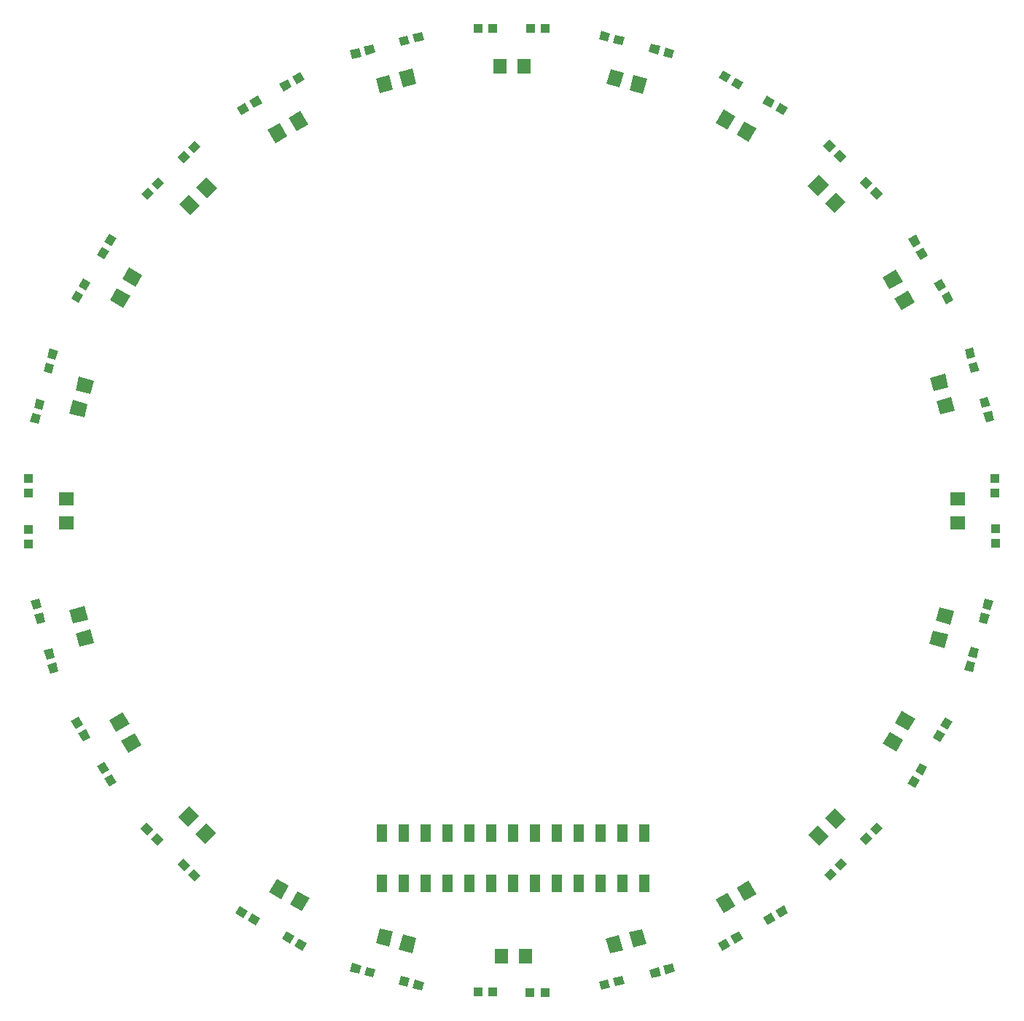
<source format=gtp>
G75*
%MOIN*%
%OFA0B0*%
%FSLAX25Y25*%
%IPPOS*%
%LPD*%
%AMOC8*
5,1,8,0,0,1.08239X$1,22.5*
%
%ADD10R,0.06299X0.07087*%
%ADD11R,0.07087X0.06299*%
%ADD12R,0.05000X0.08000*%
%ADD13R,0.04331X0.03937*%
%ADD14R,0.03937X0.04331*%
D10*
G36*
X0193981Y0187028D02*
X0198434Y0182575D01*
X0193425Y0177566D01*
X0188972Y0182019D01*
X0193981Y0187028D01*
G37*
G36*
X0201775Y0179234D02*
X0206228Y0174781D01*
X0201219Y0169772D01*
X0196766Y0174225D01*
X0201775Y0179234D01*
G37*
G36*
X0234072Y0153698D02*
X0239525Y0150549D01*
X0235982Y0144414D01*
X0230529Y0147563D01*
X0234072Y0153698D01*
G37*
G36*
X0243618Y0148186D02*
X0249071Y0145037D01*
X0245528Y0138902D01*
X0240075Y0142051D01*
X0243618Y0148186D01*
G37*
G36*
X0281152Y0131164D02*
X0287234Y0129534D01*
X0285400Y0122690D01*
X0279318Y0124320D01*
X0281152Y0131164D01*
G37*
G36*
X0291800Y0128310D02*
X0297882Y0126680D01*
X0296048Y0119836D01*
X0289966Y0121466D01*
X0291800Y0128310D01*
G37*
X0336788Y0118300D03*
X0347812Y0118300D03*
G36*
X0384518Y0126380D02*
X0390600Y0128010D01*
X0392434Y0121166D01*
X0386352Y0119536D01*
X0384518Y0126380D01*
G37*
G36*
X0395166Y0129234D02*
X0401248Y0130864D01*
X0403082Y0124020D01*
X0397000Y0122390D01*
X0395166Y0129234D01*
G37*
G36*
X0434829Y0144237D02*
X0440282Y0147386D01*
X0443825Y0141251D01*
X0438372Y0138102D01*
X0434829Y0144237D01*
G37*
G36*
X0444375Y0149749D02*
X0449828Y0152898D01*
X0453371Y0146763D01*
X0447918Y0143614D01*
X0444375Y0149749D01*
G37*
G36*
X0477172Y0173881D02*
X0481625Y0178334D01*
X0486634Y0173325D01*
X0482181Y0168872D01*
X0477172Y0173881D01*
G37*
G36*
X0484966Y0181675D02*
X0489419Y0186128D01*
X0494428Y0181119D01*
X0489975Y0176666D01*
X0484966Y0181675D01*
G37*
G36*
X0511202Y0215572D02*
X0514351Y0221025D01*
X0520486Y0217482D01*
X0517337Y0212029D01*
X0511202Y0215572D01*
G37*
G36*
X0516714Y0225118D02*
X0519863Y0230571D01*
X0525998Y0227028D01*
X0522849Y0221575D01*
X0516714Y0225118D01*
G37*
G36*
X0532536Y0261352D02*
X0534166Y0267434D01*
X0541010Y0265600D01*
X0539380Y0259518D01*
X0532536Y0261352D01*
G37*
G36*
X0535390Y0272000D02*
X0537020Y0278082D01*
X0543864Y0276248D01*
X0542234Y0270166D01*
X0535390Y0272000D01*
G37*
G36*
X0537320Y0366318D02*
X0535690Y0372400D01*
X0542534Y0374234D01*
X0544164Y0368152D01*
X0537320Y0366318D01*
G37*
G36*
X0534466Y0376966D02*
X0532836Y0383048D01*
X0539680Y0384882D01*
X0541310Y0378800D01*
X0534466Y0376966D01*
G37*
G36*
X0519763Y0414029D02*
X0516614Y0419482D01*
X0522749Y0423025D01*
X0525898Y0417572D01*
X0519763Y0414029D01*
G37*
G36*
X0514251Y0423575D02*
X0511102Y0429028D01*
X0517237Y0432571D01*
X0520386Y0427118D01*
X0514251Y0423575D01*
G37*
G36*
X0489219Y0458672D02*
X0484766Y0463125D01*
X0489775Y0468134D01*
X0494228Y0463681D01*
X0489219Y0458672D01*
G37*
G36*
X0481425Y0466466D02*
X0476972Y0470919D01*
X0481981Y0475928D01*
X0486434Y0471475D01*
X0481425Y0466466D01*
G37*
G36*
X0449828Y0491102D02*
X0444375Y0494251D01*
X0447918Y0500386D01*
X0453371Y0497237D01*
X0449828Y0491102D01*
G37*
G36*
X0440282Y0496614D02*
X0434829Y0499763D01*
X0438372Y0505898D01*
X0443825Y0502749D01*
X0440282Y0496614D01*
G37*
G36*
X0401548Y0513136D02*
X0395466Y0514766D01*
X0397300Y0521610D01*
X0403382Y0519980D01*
X0401548Y0513136D01*
G37*
G36*
X0390900Y0515990D02*
X0384818Y0517620D01*
X0386652Y0524464D01*
X0392734Y0522834D01*
X0390900Y0515990D01*
G37*
X0347212Y0525800D03*
X0336188Y0525800D03*
G36*
X0297882Y0517720D02*
X0291800Y0516090D01*
X0289966Y0522934D01*
X0296048Y0524564D01*
X0297882Y0517720D01*
G37*
G36*
X0287234Y0514866D02*
X0281152Y0513236D01*
X0279318Y0520080D01*
X0285400Y0521710D01*
X0287234Y0514866D01*
G37*
G36*
X0248471Y0499163D02*
X0243018Y0496014D01*
X0239475Y0502149D01*
X0244928Y0505298D01*
X0248471Y0499163D01*
G37*
G36*
X0238925Y0493651D02*
X0233472Y0490502D01*
X0229929Y0496637D01*
X0235382Y0499786D01*
X0238925Y0493651D01*
G37*
G36*
X0206728Y0469919D02*
X0202275Y0465466D01*
X0197266Y0470475D01*
X0201719Y0474928D01*
X0206728Y0469919D01*
G37*
G36*
X0198934Y0462125D02*
X0194481Y0457672D01*
X0189472Y0462681D01*
X0193925Y0467134D01*
X0198934Y0462125D01*
G37*
G36*
X0172598Y0430128D02*
X0169449Y0424675D01*
X0163314Y0428218D01*
X0166463Y0433671D01*
X0172598Y0430128D01*
G37*
G36*
X0167086Y0420582D02*
X0163937Y0415129D01*
X0157802Y0418672D01*
X0160951Y0424125D01*
X0167086Y0420582D01*
G37*
G36*
X0150464Y0381748D02*
X0148834Y0375666D01*
X0141990Y0377500D01*
X0143620Y0383582D01*
X0150464Y0381748D01*
G37*
G36*
X0147610Y0371100D02*
X0145980Y0365018D01*
X0139136Y0366852D01*
X0140766Y0372934D01*
X0147610Y0371100D01*
G37*
G36*
X0146080Y0278582D02*
X0147710Y0272500D01*
X0140866Y0270666D01*
X0139236Y0276748D01*
X0146080Y0278582D01*
G37*
G36*
X0148934Y0267934D02*
X0150564Y0261852D01*
X0143720Y0260018D01*
X0142090Y0266100D01*
X0148934Y0267934D01*
G37*
G36*
X0163537Y0230071D02*
X0166686Y0224618D01*
X0160551Y0221075D01*
X0157402Y0226528D01*
X0163537Y0230071D01*
G37*
G36*
X0169049Y0220525D02*
X0172198Y0215072D01*
X0166063Y0211529D01*
X0162914Y0216982D01*
X0169049Y0220525D01*
G37*
D11*
X0137800Y0316588D03*
X0137800Y0327612D03*
X0545500Y0327612D03*
X0545500Y0316588D03*
D12*
X0402100Y0174600D03*
X0392100Y0174600D03*
X0382100Y0174600D03*
X0372100Y0174600D03*
X0362100Y0174600D03*
X0352100Y0174600D03*
X0342100Y0174600D03*
X0332100Y0174600D03*
X0322100Y0174600D03*
X0312100Y0174600D03*
X0302100Y0174600D03*
X0292100Y0174600D03*
X0282100Y0174600D03*
X0282100Y0151600D03*
X0292100Y0151600D03*
X0302100Y0151600D03*
X0312100Y0151600D03*
X0322100Y0151600D03*
X0332100Y0151600D03*
X0342100Y0151600D03*
X0352100Y0151600D03*
X0362100Y0151600D03*
X0372100Y0151600D03*
X0382100Y0151600D03*
X0392100Y0151600D03*
X0402100Y0151600D03*
D13*
G36*
X0174595Y0179588D02*
X0177656Y0176527D01*
X0174873Y0173744D01*
X0171812Y0176805D01*
X0174595Y0179588D01*
G37*
G36*
X0179327Y0174856D02*
X0182388Y0171795D01*
X0179605Y0169012D01*
X0176544Y0172073D01*
X0179327Y0174856D01*
G37*
G36*
X0191395Y0163188D02*
X0194456Y0160127D01*
X0191673Y0157344D01*
X0188612Y0160405D01*
X0191395Y0163188D01*
G37*
G36*
X0196127Y0158456D02*
X0199188Y0155395D01*
X0196405Y0152612D01*
X0193344Y0155673D01*
X0196127Y0158456D01*
G37*
G36*
X0217012Y0141359D02*
X0220760Y0139194D01*
X0218792Y0135787D01*
X0215044Y0137952D01*
X0217012Y0141359D01*
G37*
G36*
X0222808Y0138013D02*
X0226556Y0135848D01*
X0224588Y0132441D01*
X0220840Y0134606D01*
X0222808Y0138013D01*
G37*
G36*
X0238312Y0129759D02*
X0242060Y0127594D01*
X0240092Y0124187D01*
X0236344Y0126352D01*
X0238312Y0129759D01*
G37*
G36*
X0244108Y0126413D02*
X0247856Y0124248D01*
X0245888Y0120841D01*
X0242140Y0123006D01*
X0244108Y0126413D01*
G37*
G36*
X0268587Y0115227D02*
X0272768Y0114106D01*
X0271749Y0110305D01*
X0267568Y0111426D01*
X0268587Y0115227D01*
G37*
G36*
X0275051Y0113495D02*
X0279232Y0112374D01*
X0278213Y0108573D01*
X0274032Y0109694D01*
X0275051Y0113495D01*
G37*
G36*
X0290687Y0109327D02*
X0294868Y0108206D01*
X0293849Y0104405D01*
X0289668Y0105526D01*
X0290687Y0109327D01*
G37*
G36*
X0297151Y0107595D02*
X0301332Y0106474D01*
X0300313Y0102673D01*
X0296132Y0103794D01*
X0297151Y0107595D01*
G37*
X0326054Y0101900D03*
X0332746Y0101900D03*
X0349954Y0101800D03*
X0356646Y0101800D03*
G36*
X0381368Y0106674D02*
X0385549Y0107795D01*
X0386568Y0103994D01*
X0382387Y0102873D01*
X0381368Y0106674D01*
G37*
G36*
X0387832Y0108406D02*
X0392013Y0109527D01*
X0393032Y0105726D01*
X0388851Y0104605D01*
X0387832Y0108406D01*
G37*
G36*
X0404468Y0112174D02*
X0408649Y0113295D01*
X0409668Y0109494D01*
X0405487Y0108373D01*
X0404468Y0112174D01*
G37*
G36*
X0410932Y0113906D02*
X0415113Y0115027D01*
X0416132Y0111226D01*
X0411951Y0110105D01*
X0410932Y0113906D01*
G37*
G36*
X0435844Y0124248D02*
X0439592Y0126413D01*
X0441560Y0123006D01*
X0437812Y0120841D01*
X0435844Y0124248D01*
G37*
G36*
X0441640Y0127594D02*
X0445388Y0129759D01*
X0447356Y0126352D01*
X0443608Y0124187D01*
X0441640Y0127594D01*
G37*
G36*
X0456444Y0136048D02*
X0460192Y0138213D01*
X0462160Y0134806D01*
X0458412Y0132641D01*
X0456444Y0136048D01*
G37*
G36*
X0462240Y0139394D02*
X0465988Y0141559D01*
X0467956Y0138152D01*
X0464208Y0135987D01*
X0462240Y0139394D01*
G37*
G36*
X0484312Y0155695D02*
X0487373Y0158756D01*
X0490156Y0155973D01*
X0487095Y0152912D01*
X0484312Y0155695D01*
G37*
G36*
X0489044Y0160427D02*
X0492105Y0163488D01*
X0494888Y0160705D01*
X0491827Y0157644D01*
X0489044Y0160427D01*
G37*
G36*
X0500612Y0171995D02*
X0503673Y0175056D01*
X0506456Y0172273D01*
X0503395Y0169212D01*
X0500612Y0171995D01*
G37*
G36*
X0505344Y0176727D02*
X0508405Y0179788D01*
X0511188Y0177005D01*
X0508127Y0173944D01*
X0505344Y0176727D01*
G37*
G36*
X0522641Y0197312D02*
X0524806Y0201060D01*
X0528213Y0199092D01*
X0526048Y0195344D01*
X0522641Y0197312D01*
G37*
G36*
X0525987Y0203108D02*
X0528152Y0206856D01*
X0531559Y0204888D01*
X0529394Y0201140D01*
X0525987Y0203108D01*
G37*
G36*
X0534141Y0218212D02*
X0536306Y0221960D01*
X0539713Y0219992D01*
X0537548Y0216244D01*
X0534141Y0218212D01*
G37*
G36*
X0537487Y0224008D02*
X0539652Y0227756D01*
X0543059Y0225788D01*
X0540894Y0222040D01*
X0537487Y0224008D01*
G37*
G36*
X0548573Y0249387D02*
X0549694Y0253568D01*
X0553495Y0252549D01*
X0552374Y0248368D01*
X0548573Y0249387D01*
G37*
G36*
X0550305Y0255851D02*
X0551426Y0260032D01*
X0555227Y0259013D01*
X0554106Y0254832D01*
X0550305Y0255851D01*
G37*
G36*
X0555073Y0271387D02*
X0556194Y0275568D01*
X0559995Y0274549D01*
X0558874Y0270368D01*
X0555073Y0271387D01*
G37*
G36*
X0556805Y0277851D02*
X0557926Y0282032D01*
X0561727Y0281013D01*
X0560606Y0276832D01*
X0556805Y0277851D01*
G37*
G36*
X0558326Y0362768D02*
X0557205Y0366949D01*
X0561006Y0367968D01*
X0562127Y0363787D01*
X0558326Y0362768D01*
G37*
G36*
X0556594Y0369232D02*
X0555473Y0373413D01*
X0559274Y0374432D01*
X0560395Y0370251D01*
X0556594Y0369232D01*
G37*
G36*
X0551526Y0385268D02*
X0550405Y0389449D01*
X0554206Y0390468D01*
X0555327Y0386287D01*
X0551526Y0385268D01*
G37*
G36*
X0549794Y0391732D02*
X0548673Y0395913D01*
X0552474Y0396932D01*
X0553595Y0392751D01*
X0549794Y0391732D01*
G37*
G36*
X0540152Y0416844D02*
X0537987Y0420592D01*
X0541394Y0422560D01*
X0543559Y0418812D01*
X0540152Y0416844D01*
G37*
G36*
X0536806Y0422640D02*
X0534641Y0426388D01*
X0538048Y0428356D01*
X0540213Y0424608D01*
X0536806Y0422640D01*
G37*
G36*
X0528452Y0437044D02*
X0526287Y0440792D01*
X0529694Y0442760D01*
X0531859Y0439012D01*
X0528452Y0437044D01*
G37*
G36*
X0525106Y0442840D02*
X0522941Y0446588D01*
X0526348Y0448556D01*
X0528513Y0444808D01*
X0525106Y0442840D01*
G37*
G36*
X0508505Y0464712D02*
X0505444Y0467773D01*
X0508227Y0470556D01*
X0511288Y0467495D01*
X0508505Y0464712D01*
G37*
G36*
X0503773Y0469444D02*
X0500712Y0472505D01*
X0503495Y0475288D01*
X0506556Y0472227D01*
X0503773Y0469444D01*
G37*
G36*
X0491705Y0481712D02*
X0488644Y0484773D01*
X0491427Y0487556D01*
X0494488Y0484495D01*
X0491705Y0481712D01*
G37*
G36*
X0486973Y0486444D02*
X0483912Y0489505D01*
X0486695Y0492288D01*
X0489756Y0489227D01*
X0486973Y0486444D01*
G37*
G36*
X0465788Y0503341D02*
X0462040Y0505506D01*
X0464008Y0508913D01*
X0467756Y0506748D01*
X0465788Y0503341D01*
G37*
G36*
X0459992Y0506687D02*
X0456244Y0508852D01*
X0458212Y0512259D01*
X0461960Y0510094D01*
X0459992Y0506687D01*
G37*
G36*
X0445588Y0514941D02*
X0441840Y0517106D01*
X0443808Y0520513D01*
X0447556Y0518348D01*
X0445588Y0514941D01*
G37*
G36*
X0439792Y0518287D02*
X0436044Y0520452D01*
X0438012Y0523859D01*
X0441760Y0521694D01*
X0439792Y0518287D01*
G37*
G36*
X0414913Y0529373D02*
X0410732Y0530494D01*
X0411751Y0534295D01*
X0415932Y0533174D01*
X0414913Y0529373D01*
G37*
G36*
X0408449Y0531105D02*
X0404268Y0532226D01*
X0405287Y0536027D01*
X0409468Y0534906D01*
X0408449Y0531105D01*
G37*
G36*
X0392013Y0535273D02*
X0387832Y0536394D01*
X0388851Y0540195D01*
X0393032Y0539074D01*
X0392013Y0535273D01*
G37*
G36*
X0385549Y0537005D02*
X0381368Y0538126D01*
X0382387Y0541927D01*
X0386568Y0540806D01*
X0385549Y0537005D01*
G37*
X0356946Y0543100D03*
X0350254Y0543100D03*
X0332946Y0543000D03*
X0326254Y0543000D03*
G36*
X0301432Y0537726D02*
X0297251Y0536605D01*
X0296232Y0540406D01*
X0300413Y0541527D01*
X0301432Y0537726D01*
G37*
G36*
X0294968Y0535994D02*
X0290787Y0534873D01*
X0289768Y0538674D01*
X0293949Y0539795D01*
X0294968Y0535994D01*
G37*
G36*
X0279132Y0531926D02*
X0274951Y0530805D01*
X0273932Y0534606D01*
X0278113Y0535727D01*
X0279132Y0531926D01*
G37*
G36*
X0272668Y0530194D02*
X0268487Y0529073D01*
X0267468Y0532874D01*
X0271649Y0533995D01*
X0272668Y0530194D01*
G37*
G36*
X0246756Y0519652D02*
X0243008Y0517487D01*
X0241040Y0520894D01*
X0244788Y0523059D01*
X0246756Y0519652D01*
G37*
G36*
X0240960Y0516306D02*
X0237212Y0514141D01*
X0235244Y0517548D01*
X0238992Y0519713D01*
X0240960Y0516306D01*
G37*
G36*
X0227356Y0508852D02*
X0223608Y0506687D01*
X0221640Y0510094D01*
X0225388Y0512259D01*
X0227356Y0508852D01*
G37*
G36*
X0221560Y0505506D02*
X0217812Y0503341D01*
X0215844Y0506748D01*
X0219592Y0508913D01*
X0221560Y0505506D01*
G37*
G36*
X0199188Y0489005D02*
X0196127Y0485944D01*
X0193344Y0488727D01*
X0196405Y0491788D01*
X0199188Y0489005D01*
G37*
G36*
X0194456Y0484273D02*
X0191395Y0481212D01*
X0188612Y0483995D01*
X0191673Y0487056D01*
X0194456Y0484273D01*
G37*
G36*
X0182588Y0472405D02*
X0179527Y0469344D01*
X0176744Y0472127D01*
X0179805Y0475188D01*
X0182588Y0472405D01*
G37*
G36*
X0177856Y0467673D02*
X0174795Y0464612D01*
X0172012Y0467395D01*
X0175073Y0470456D01*
X0177856Y0467673D01*
G37*
G36*
X0160759Y0446988D02*
X0158594Y0443240D01*
X0155187Y0445208D01*
X0157352Y0448956D01*
X0160759Y0446988D01*
G37*
G36*
X0157413Y0441192D02*
X0155248Y0437444D01*
X0151841Y0439412D01*
X0154006Y0443160D01*
X0157413Y0441192D01*
G37*
G36*
X0148959Y0426788D02*
X0146794Y0423040D01*
X0143387Y0425008D01*
X0145552Y0428756D01*
X0148959Y0426788D01*
G37*
G36*
X0145613Y0420992D02*
X0143448Y0417244D01*
X0140041Y0419212D01*
X0142206Y0422960D01*
X0145613Y0420992D01*
G37*
G36*
X0134027Y0395513D02*
X0132906Y0391332D01*
X0129105Y0392351D01*
X0130226Y0396532D01*
X0134027Y0395513D01*
G37*
G36*
X0132295Y0389049D02*
X0131174Y0384868D01*
X0127373Y0385887D01*
X0128494Y0390068D01*
X0132295Y0389049D01*
G37*
G36*
X0127927Y0372513D02*
X0126806Y0368332D01*
X0123005Y0369351D01*
X0124126Y0373532D01*
X0127927Y0372513D01*
G37*
G36*
X0126195Y0366049D02*
X0125074Y0361868D01*
X0121273Y0362887D01*
X0122394Y0367068D01*
X0126195Y0366049D01*
G37*
G36*
X0125374Y0282132D02*
X0126495Y0277951D01*
X0122694Y0276932D01*
X0121573Y0281113D01*
X0125374Y0282132D01*
G37*
G36*
X0127106Y0275668D02*
X0128227Y0271487D01*
X0124426Y0270468D01*
X0123305Y0274649D01*
X0127106Y0275668D01*
G37*
G36*
X0131374Y0259332D02*
X0132495Y0255151D01*
X0128694Y0254132D01*
X0127573Y0258313D01*
X0131374Y0259332D01*
G37*
G36*
X0133106Y0252868D02*
X0134227Y0248687D01*
X0130426Y0247668D01*
X0129305Y0251849D01*
X0133106Y0252868D01*
G37*
G36*
X0143348Y0228056D02*
X0145513Y0224308D01*
X0142106Y0222340D01*
X0139941Y0226088D01*
X0143348Y0228056D01*
G37*
G36*
X0146694Y0222260D02*
X0148859Y0218512D01*
X0145452Y0216544D01*
X0143287Y0220292D01*
X0146694Y0222260D01*
G37*
G36*
X0155248Y0207456D02*
X0157413Y0203708D01*
X0154006Y0201740D01*
X0151841Y0205488D01*
X0155248Y0207456D01*
G37*
G36*
X0158594Y0201660D02*
X0160759Y0197912D01*
X0157352Y0195944D01*
X0155187Y0199692D01*
X0158594Y0201660D01*
G37*
D14*
X0120600Y0306954D03*
X0120600Y0313646D03*
X0120600Y0330454D03*
X0120600Y0337146D03*
X0562500Y0337046D03*
X0562500Y0330354D03*
X0562700Y0313946D03*
X0562700Y0307254D03*
M02*

</source>
